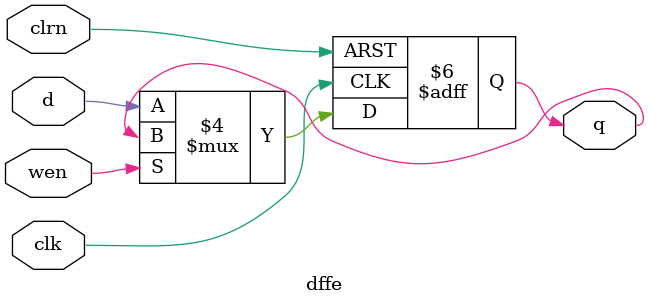
<source format=v>
`timescale 1ns / 1ps

module dffe(
    input clk,
    input clrn,
    input wen,
    input d,
    output reg q
    );
 
    always @(posedge clk or negedge clrn)
    begin
    if (!clrn) q<=0;
     else if (!wen) q <= d;
    end

endmodule
</source>
